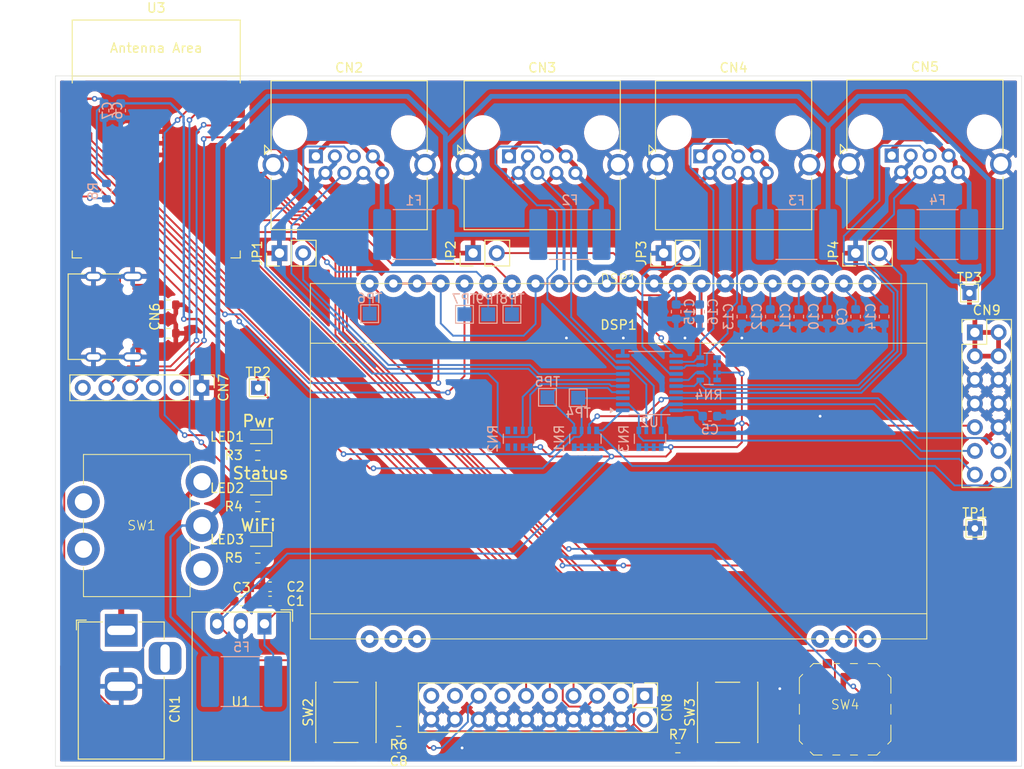
<source format=kicad_pcb>
(kicad_pcb (version 20241229) (generator "pcbnew") (generator_version "9.0")
  (layers (0 "F.Cu" signal) (2 "B.Cu" signal) (13 "F.Paste" user) (15 "B.Paste" user) (5 "F.SilkS" user "F.Silkscreen") (7 "B.SilkS" user "B.Silkscreen") (1 "F.Mask" user) (3 "B.Mask" user) (25 "Edge.Cuts" user))
  (net 0 "")
  (net 1 "Net-(U1-IN)")
  (net 2 "GND")
  (net 3 "+3.3V")
  (net 4 "ESP_~{RESET}")
  (net 5 "Net-(DSP1-V0)")
  (net 6 "Net-(DSP1-V1)")
  (net 7 "Net-(DSP1-V2)")
  (net 8 "Net-(DSP1-V3)")
  (net 9 "Net-(DSP1-V4)")
  (net 10 "Net-(DSP1-VOUT)")
  (net 11 "LINK1_SDA")
  (net 12 "LINK1_SCL")
  (net 13 "LINK2_SCL")
  (net 14 "LINK2_SDA")
  (net 15 "LINK3_SDA")
  (net 16 "LINK3_SCL")
  (net 17 "LINK4_SCL")
  (net 18 "LINK4_SDA")
  (net 20 "Net-(CN6-CC2)")
  (net 22 "USB_D-")
  (net 23 "USB_D+")
  (net 24 "Net-(CN6-CC1)")
  (net 29 "UART_TX_O")
  (net 30 "UART_RX_I")
  (net 34 "JTAG_TDO")
  (net 38 "JTAG_TMS")
  (net 41 "JTAG_TCK")
  (net 42 "JTAG_TDI")
  (net 43 "EXPSCL2")
  (net 44 "+15V")
  (net 45 "EXPSDA2")
  (net 46 "EXPSCL1")
  (net 47 "EXPSDA1")
  (net 48 "LCD_MOSI")
  (net 52 "LCD_MISO")
  (net 54 "LCD_SCLK")
  (net 56 "LCD_~{RESET}")
  (net 58 "/LINK1_EN")
  (net 59 "/LINK2_EN")
  (net 60 "/LINK3_EN")
  (net 61 "/LINK4_EN")
  (net 62 "Net-(LED1-A)")
  (net 63 "Net-(LED2-A)")
  (net 64 "LED_STATUS")
  (net 65 "LED_WIFI")
  (net 66 "Net-(LED3-A)")
  (net 67 "BOOT1")
  (net 68 "BOOT0")
  (net 69 "MCU_SCL")
  (net 70 "MCU_SDA")
  (net 76 "BTN_DOWN")
  (net 77 "BTN_RIGHT")
  (net 78 "BTN_UP")
  (net 79 "BTN_LEFT")
  (net 80 "BTN_SELECT")
  (net 82 "/IO+UI/PWRIN_UNSW")
  (net 83 "/IO+UI/LINK1_+15V")
  (net 84 "/IO+UI/LINK2_+15V")
  (net 85 "/IO+UI/LINK3_+15V")
  (net 86 "/IO+UI/LINK4_+15V")
  (footprint "Connector_USB:USB_C_Receptacle_G-Switch_GT-USB-7010ASV" (layer "F.Cu") (at 108.649 83.312 -90)
    (property "Reference" "CN6")
    (property "Value" "USB_C_Receptacle_USB2.0_16P")
  )
  (footprint "LED_SMD:LED_0603_1608Metric" (layer "F.Cu") (at 125.195 96.19 180)
    (property "Reference" "LED1")
    (property "Value" "Power")
  )
  (footprint "Sen_Switch:E_Switch-ANR11-H" (layer "F.Cu") (at 106.5 105.7)
    (property "Reference" "SW1")
    (property "Value" "Power")
  )
  (footprint "Resistor_SMD:R_0603_1608Metric" (layer "F.Cu") (at 125.175 103.69 180)
    (property "Reference" "R4")
    (property "Value" "402")
  )
  (footprint "LED_SMD:LED_0603_1608Metric" (layer "F.Cu") (at 125.195 107.19 180)
    (property "Reference" "LED3")
    (property "Value" "WiFi")
  )
  (footprint "Connector_RJ:RJ45_Amphenol_RJHSE5380" (layer "F.Cu") (at 172.59 66.125)
    (property "Reference" "CN4")
    (property "Value" "Link Port 3")
  )
  (footprint "Resistor_SMD:R_0603_1608Metric" (layer "F.Cu") (at 140.271 127.762 180)
    (property "Reference" "R6")
    (property "Value" "5.1k")
  )
  (footprint "Sen_Switch:E_Switch-JS1300" (layer "F.Cu") (at 188.1 125.4)
    (property "Reference" "SW4")
    (property "Value" "Navigation")
  )
  (footprint "Connector_RJ:RJ45_Amphenol_RJHSE5380" (layer "F.Cu") (at 193.09 66.04)
    (property "Reference" "CN5")
    (property "Value" "Link Port 4")
  )
  (footprint "Connector_RJ:RJ45_Amphenol_RJHSE5380" (layer "F.Cu") (at 152.09 66.125)
    (property "Reference" "CN3")
    (property "Value" "Link Port 2")
  )
  (footprint "Button_Switch_SMD:SW_SPST_PTS645" (layer "F.Cu") (at 134.62 125.73 90)
    (property "Reference" "SW2")
    (property "Value" "Reset")
  )
  (footprint "Sen_Display:EA-DOGM204-A" (layer "F.Cu") (at 163.83 97.536)
    (property "Reference" "DSP1")
    (property "Value" "EA_DOGM204-A")
  )
  (footprint "Resistor_SMD:R_0603_1608Metric" (layer "F.Cu") (at 125.175 98.19 180)
    (property "Reference" "R3")
    (property "Value" "402")
  )
  (footprint "Capacitor_SMD:C_0603_1608Metric" (layer "F.Cu") (at 140.271 129.54 180)
    (property "Reference" "C8")
    (property "Value" "1uF")
  )
  (footprint "Sen_Converter_DCDC:MeanWell-N78-H" (layer "F.Cu") (at 125.894 117.0335 180)
    (property "Reference" "U1")
    (property "Value" "N7803-1PH")
  )
  (footprint "Connector_PinHeader_2.54mm:PinHeader_1x02_P2.54mm_Vertical" (layer "F.Cu") (at 168.656 76.5 90)
    (property "Reference" "JP3")
    (property "Value" "Disable Port 3")
  )
  (footprint "TestPoint:TestPoint_THTPad_1.5x1.5mm_Drill0.7mm" (layer "F.Cu") (at 201.422 80.772)
    (property "Reference" "TP3")
    (property "Value" "+15V")
  )
  (footprint "Capacitor_SMD:C_0603_1608Metric" (layer "F.Cu") (at 126.492 113.792 180)
    (property "Reference" "C1")
    (property "Value" "10uF")
  )
  (footprint "Connector_PinHeader_2.54mm:PinHeader_1x02_P2.54mm_Vertical" (layer "F.Cu") (at 189.23 76.5 90)
    (property "Reference" "JP4")
    (property "Value" "Disable Port 4")
  )
  (footprint "Connector_PinHeader_2.54mm:PinHeader_2x10_P2.54mm_Vertical" (layer "F.Cu") (at 166.624 123.952 -90)
    (property "Reference" "CN8")
    (property "Value" "JTAG")
  )
  (footprint "LED_SMD:LED_0603_1608Metric" (layer "F.Cu") (at 125.195 101.69 180)
    (property "Reference" "LED2")
    (property "Value" "Status")
  )
  (footprint "Connector_RJ:RJ45_Amphenol_RJHSE5380" (layer "F.Cu") (at 131.404 66.125)
    (property "Reference" "CN2")
    (property "Value" "Link Port 1")
  )
  (footprint "Resistor_SMD:R_0603_1608Metric" (layer "F.Cu") (at 115.57 85.09)
    (property "Reference" "Rx-2" (hide yes))
    (property "Value" "~")
  )
  (footprint "Capacitor_SMD:C_0603_1608Metric" (layer "F.Cu") (at 126.492 112.268 180)
    (property "Reference" "C2")
    (property "Value" "0.1uF")
  )
  (footprint "Button_Switch_SMD:SW_SPST_PTS645" (layer "F.Cu") (at 175.514 125.73 90)
    (property "Reference" "SW3")
    (property "Value" "Boot")
  )
  (footprint "Capacitor_SMD:C_0603_1608Metric" (layer "F.Cu") (at 123.444 113.792)
    (property "Reference" "C3")
    (property "Value" "22uF")
  )
  (footprint "TestPoint:TestPoint_THTPad_1.5x1.5mm_Drill0.7mm" (layer "F.Cu") (at 202 106)
    (property "Reference" "TP1")
    (property "Value" "GND")
  )
  (footprint "Espressif_RF_Module:ESP32-C6-WROOM-1" (layer "F.Cu") (at 114.3 67.26)
    (property "Reference" "U3")
    (property "Value" "ESP32-C6-WROOM-1")
  )
  (footprint "Connector_PinHeader_2.54mm:PinHeader_2x07_P2.54mm_Vertical" (layer "F.Cu") (at 202 85)
    (property "Reference" "CN9")
    (property "Value" "Expansion")
  )
  (footprint "Connector_BarrelJack:BarrelJack_Horizontal" (layer "F.Cu") (at 110.5485 116.936 90)
    (property "Reference" "CN1")
    (property "Value" "Power In (15V)")
  )
  (footprint "Resistor_SMD:R_0603_1608Metric" (layer "F.Cu") (at 115.57 82.042)
    (property "Reference" "Rx-1" (hide yes))
    (property "Value" "~")
  )
  (footprint "Connector_PinHeader_2.54mm:PinHeader_1x02_P2.54mm_Vertical" (layer "F.Cu") (at 127.5 76.5 90)
    (property "Reference" "JP1")
    (property "Value" "Disable Port 1")
  )
  (footprint "Connector_PinHeader_2.54mm:PinHeader_1x06_P2.54mm_Vertical" (layer "F.Cu") (at 119.126 90.932 -90)
    (property "Reference" "CN7")
    (property "Value" "Serial")
  )
  (footprint "Connector_PinHeader_2.54mm:PinHeader_1x02_P2.54mm_Vertical" (layer "F.Cu") (at 148.238861 76.493504 90)
    (property "Reference" "JP2")
    (property "Value" "Disable Port 2")
  )
  (footprint "TestPoint:TestPoint_THTPad_1.5x1.5mm_Drill0.7mm" (layer "F.Cu") (at 125.222 90.932)
    (property "Reference" "TP2")
    (property "Value" "+3.3V")
  )
  (footprint "Resistor_SMD:R_0603_1608Metric" (layer "F.Cu") (at 125.175 109.19 180)
    (property "Reference" "R5")
    (property "Value" "402")
  )
  (footprint "Resistor_SMD:R_0603_1608Metric" (layer "F.Cu") (at 170.18 129.54)
    (property "Reference" "R7")
    (property "Value" "10k")
  )
  (footprint "Capacitor_SMD:C_0603_1608Metric" (layer "B.Cu") (at 173.621462 93.98)
    (property "Reference" "C5")
    (property "Value" "0.1uF")
  )
  (footprint "TestPoint:TestPoint_Pad_1.5x1.5mm" (layer "B.Cu") (at 159.5 92)
    (property "Reference" "TP4")
    (property "Value" "MCU_SCL")
  )
  (footprint "Resistor_SMD:R_Array_Convex_4x0603" (layer "B.Cu") (at 153.162 96.4 -90)
    (property "Reference" "RN2")
    (property "Value" "4.7k")
  )
  (footprint "Fuse:Fuse_2920_7451Metric" (layer "B.Cu") (at 198 74.5 180)
    (property "Reference" "F4")
    (property "Value" "1A Hold, 2A Trip")
  )
  (footprint "Capacitor_SMD:C_0603_1608Metric" (layer "B.Cu") (at 180.086 83.299 -90)
    (property "Reference" "C12")
    (property "Value" "1uF")
  )
  (footprint "Capacitor_SMD:C_0603_1608Metric" (layer "B.Cu") (at 170 82.775 90)
    (property "Reference" "C15")
    (property "Value" "1uF")
  )
  (footprint "Package_SO:TSSOP-20_4.4x6.5mm_P0.65mm" (layer "B.Cu") (at 167.1375 90.425)
    (property "Reference" "U2")
    (property "Value" "PCA9518")
  )
  (footprint "Capacitor_SMD:C_0603_1608Metric" (layer "B.Cu") (at 192.278 83.299 -90)
    (property "Reference" "C14")
    (property "Value" "1uF")
  )
  (footprint "Capacitor_SMD:C_0603_1608Metric" (layer "B.Cu") (at 186.182 83.286 -90)
    (property "Reference" "C10")
    (property "Value" "1uF")
  )
  (footprint "TestPoint:TestPoint_Pad_1.5x1.5mm" (layer "B.Cu") (at 152.4 83.058 180)
    (property "Reference" "TP8")
    (property "Value" "LCD_MISO")
  )
  (footprint "Fuse:Fuse_2920_7451Metric" (layer "B.Cu") (at 123.444 122.428 180)
    (property "Reference" "F5")
    (property "Value" "1A Hold, 2A Trip")
  )
  (footprint "Resistor_SMD:R_Array_Convex_4x0603" (layer "B.Cu") (at 160.274 96.4 -90)
    (property "Reference" "RN1")
    (property "Value" "4.7k")
  )
  (footprint "Resistor_SMD:R_Array_Convex_4x0603" (layer "B.Cu") (at 173.482 88.9)
    (property "Reference" "RN4")
    (property "Value" "4.7k")
  )
  (footprint "Capacitor_SMD:C_0603_1608Metric" (layer "B.Cu") (at 172.51 82.775 90)
    (property "Reference" "C16")
    (property "Value" "0.1uF")
  )
  (footprint "TestPoint:TestPoint_Pad_1.5x1.5mm" (layer "B.Cu") (at 137.16 82.992 180)
    (property "Reference" "TP6")
    (property "Value" "LCD_~{RST}")
  )
  (footprint "Resistor_SMD:R_0603_1608Metric" (layer "B.Cu") (at 108.966 69.85 -90)
    (property "Reference" "R8")
    (property "Value" "10k")
  )
  (footprint "Capacitor_SMD:C_0603_1608Metric" (layer "B.Cu") (at 189.23 83.299 -90)
    (property "Reference" "C9")
    (property "Value" "1uF")
  )
  (footprint "Capacitor_SMD:C_0603_1608Metric" (layer "B.Cu") (at 108.712 61.214 90)
    (property "Reference" "C6")
    (property "Value" "22uF")
  )
  (footprint "TestPoint:TestPoint_Pad_1.5x1.5mm" (layer "B.Cu") (at 147.32 83.058 180)
    (property "Reference" "TP7")
    (property "Value" "LCD_SCLK")
  )
  (footprint "TestPoint:TestPoint_Pad_1.5x1.5mm" (layer "B.Cu") (at 149.86 83.058 180)
    (property "Reference" "TP9")
    (property "Value" "LCD_MOSI")
  )
  (footprint "TestPoint:TestPoint_Pad_1.5x1.5mm" (layer "B.Cu") (at 156.21 91.948 180)
    (property "Reference" "TP5")
    (property "Value" "MCU_SCL")
  )
  (footprint "Fuse:Fuse_2920_7451Metric" (layer "B.Cu") (at 182.8875 74.5)
    (property "Reference" "F3")
    (property "Value" "1A Hold, 2A Trip")
  )
  (footprint "Fuse:Fuse_2920_7451Metric" (layer "B.Cu") (at 158.6125 74.5 180)
    (property "Reference" "F2")
    (property "Value" "1A Hold, 2A Trip")
  )
  (footprint "Fuse:Fuse_2920_7451Metric" (layer "B.Cu") (at 141.8875 74.5)
    (property "Reference" "F1")
    (property "Value" "1A Hold, 2A Trip")
  )
  (footprint "Capacitor_SMD:C_0603_1608Metric" (layer "B.Cu") (at 183.134 83.299 -90)
    (property "Reference" "C11")
    (property "Value" "1uF")
  )
  (footprint "Capacitor_SMD:C_0603_1608Metric" (layer "B.Cu") (at 177.038 83.299 -90)
    (property "Reference" "C13")
    (property "Value" "1uF")
  )
  (footprint "Resistor_SMD:R_Array_Convex_4x0603" (layer "B.Cu") (at 167.2 96.4 -90)
    (property "Reference" "RN3")
    (property "Value" "4.7k")
  )
  (footprint "Capacitor_SMD:C_0603_1608Metric" (layer "B.Cu") (at 110.49 61.214 -90)
    (property "Reference" "C7")
    (property "Value" "0.1uF")
  )
  (gr_line (start 103.5 57.5) (end 207 57.5) (stroke (width 0.05)) (layer "Edge.Cuts"))
  (gr_line (start 103.5 131.5) (end 103.5 57.5) (stroke (width 0.05)) (layer "Edge.Cuts"))
  (gr_line (start 207 131.5) (end 103.5 131.5) (stroke (width 0.05)) (layer "Edge.Cuts"))
  (gr_line (start 207 57.5) (end 207 131.5) (stroke (width 0.05)) (layer "Edge.Cuts"))
  (gr_text "Status" (at 125.476 100.838 0) (layer "F.SilkS") (effects (font (size 1.27 1.27) (thickness 0.1905)) (justify bottom)))
  (gr_text "Pwr" (at 125.222 95.25 0) (layer "F.SilkS") (effects (font (size 1.27 1.27) (thickness 0.1905)) (justify bottom)))
  (gr_text "WiFi" (at 125.222 106.426 0) (layer "F.SilkS") (effects (font (size 1.27 1.27) (thickness 0.1905)) (justify bottom)))
  (segment (start 125.894 116.2335) (end 127.267 114.8605) (width 0.2032) (layer "F.Cu") (net 1))
  (segment (start 127.267 112.268) (end 127.267 113.792) (width 0.2032) (layer "F.Cu") (net 1))
  (segment (start 127.267 114.8605) (end 127.267 113.792) (width 0.2032) (layer "F.Cu") (net 1))
  (segment (start 125.894 118.528) (end 125.894 116.2335) (width 0.2032) (layer "B.Cu") (net 1))
  (segment (start 126.8315 119.4655) (end 125.894 118.528) (width 0.2032) (layer "B.Cu") (net 1))
  (segment (start 126.8315 122.428) (end 126.8315 119.4655) (width 0.2032) (layer "B.Cu") (net 1))
  (segment (start 116.94 85.062) (end 116.968 85.09) (width 0.2032) (layer "F.Cu") (net 2))
  (via (at 170.942 85.598) (size 0.6) (drill 0.3) (layers "F.Cu" "B.Cu") (net 2))
  (via (at 177.038 85.598) (size 0.6) (drill 0.3) (layers "F.Cu" "B.Cu") (net 2))
  (via (at 181.102 123.19) (size 0.6) (drill 0.3) (layers "F.Cu" "B.Cu") (net 2))
  (via (at 185.42 93.98) (size 0.6) (drill 0.3) (layers "F.Cu" "B.Cu") (net 2))
  (via (at 147.066 129.54) (size 0.6) (drill 0.3) (layers "F.Cu" "B.Cu") (net 2))
  (via (at 164.338 85.598) (size 0.6) (drill 0.3) (layers "F.Cu" "B.Cu") (net 2))
  (via (at 158.242 85.598) (size 0.6) (drill 0.3) (layers "F.Cu" "B.Cu") (net 2))
  (segment (start 132.42 67.905) (end 133.436 66.889) (width 0.508) (layer "B.Cu") (net 2))
  (segment (start 153.106 67.905) (end 154.122 66.889) (width 0.508) (layer "B.Cu") (net 2))
  (segment (start 154.122 66.889) (end 154.122 66.125) (width 0.508) (layer "B.Cu") (net 2))
  (segment (start 173.606 67.905) (end 174.622 66.889) (width 0.508) (layer "B.Cu") (net 2))
  (segment (start 133.436 66.889) (end 133.436 66.125) (width 0.508) (layer "B.Cu") (net 2))
  (segment (start 195.122 66.04) (end 195.122 66.804) (width 0.508) (layer "B.Cu") (net 2))
  (segment (start 174.622 66.889) (end 174.622 66.125) (width 0.508) (layer "B.Cu") (net 2))
  (segment (start 195.122 66.804) (end 194.106 67.82) (width 0.508) (layer "B.Cu") (net 2))
  (segment (start 163.068 98.298) (end 168.91 98.298) (width 0.2032) (layer "F.Cu") (net 3))
  (segment (start 107.696 59.944) (end 106.934 59.944) (width 0.254) (layer "F.Cu") (net 3))
  (segment (start 172.72 79.756) (end 172.72 85.09) (width 0.2032) (layer "F.Cu") (net 3))
  (segment (start 124.7225 120.142) (end 120.814 116.2335) (width 0.2032) (layer "F.Cu") (net 3))
  (segment (start 154.94 79.756) (end 157.48 79.756) (width 0.2032) (layer "F.Cu") (net 3))
  (segment (start 126 103.69) (end 126.7258 104.4158) (width 0.254) (layer "F.Cu") (net 3))
  (segment (start 122.669 112.521) (end 126 109.19) (width 0.254) (layer "F.Cu") (net 3))
  (segment (start 106.934 59.944) (end 106.608 60.27) (width 0.254) (layer "F.Cu") (net 3))
  (segment (start 168.9217 81.0143) (end 170.18 79.756) (width 0.2032) (layer "F.Cu") (net 3))
  (segment (start 165.4682 125.1078) (end 166.624 123.952) (width 0.2032) (layer "F.Cu") (net 3))
  (segment (start 118.8092 83.566) (end 125.222 89.9788) (width 0.254) (layer "F.Cu") (net 3))
  (segment (start 176.53 97.282) (end 169.418 97.282) (width 0.2032) (layer "F.Cu") (net 3))
  (segment (start 141.096 123.5594) (end 137.6786 120.142) (width 0.2032) (layer "F.Cu") (net 3))
  (segment (start 126.7258 92.4358) (end 125.222 90.932) (width 0.254) (layer "F.Cu") (net 3))
  (segment (start 126 98.19) (end 126.7258 98.9158) (width 0.254) (layer "F.Cu") (net 3))
  (segment (start 160.02 79.756) (end 157.48 79.756) (width 0.2032) (layer "F.Cu") (net 3))
  (segment (start 141.096 127.762) (end 141.096 123.5594) (width 0.2032) (layer "F.Cu") (net 3))
  (segment (start 168.037451 129.54) (end 165.4682 126.970749) (width 0.2032) (layer "F.Cu") (net 3))
  (segment (start 120.814 116.2335) (end 120.814 115.647) (width 0.2032) (layer "F.Cu") (net 3))
  (segment (start 126.7258 104.4158) (end 126.7258 108.4642) (width 0.254) (layer "F.Cu") (net 3))
  (segment (start 169.355 129.54) (end 168.037451 129.54) (width 0.2032) (layer "F.Cu") (net 3))
  (segment (start 177.038 94.742) (end 177.038 89.408) (width 0.2032) (layer "F.Cu") (net 3))
  (segment (start 125.9825 98.1725) (end 126 98.19) (width 0.2032) (layer "F.Cu") (net 3))
  (segment (start 177.038 96.774) (end 177.038 94.742) (width 0.2032) (layer "F.Cu") (net 3))
  (segment (start 125.222 89.9788) (end 125.222 90.932) (width 0.254) (layer "F.Cu") (net 3))
  (segment (start 168.91 98.298) (end 169.418 97.79) (width 0.2032) (layer "F.Cu") (net 3))
  (segment (start 172.72 85.09) (end 177.038 89.408) (width 0.2032) (layer "F.Cu") (net 3))
  (segment (start 142.24 79.756) (end 139.7 79.756) (width 0.2032) (layer "F.Cu") (net 3))
  (segment (start 126.7258 97.4642) (end 126.7258 92.4358) (width 0.254) (layer "F.Cu") (net 3))
  (segment (start 126.7258 102.9642) (end 126 103.69) (width 0.254) (layer "F.Cu") (net 3))
  (segment (start 163.068 98.298) (end 156.464 98.298) (width 0.2032) (layer "F.Cu") (net 3))
  (segment (start 126 98.19) (end 126.7258 97.4642) (width 0.254) (layer "F.Cu") (net 3))
  (segment (start 201.836 94.996) (end 202 95.16) (width 0.2032) (layer "F.Cu") (net 3))
  (segment (start 176.53 97.282) (end 177.038 96.774) (width 0.2032) (layer "F.Cu") (net 3))
  (segment (start 126.7258 98.9158) (end 126.7258 102.9642) (width 0.254) (layer "F.Cu") (net 3))
  (segment (start 166.3583 81.0143) (end 168.9217 81.0143) (width 0.2032) (layer "F.Cu") (net 3))
  (segment (start 156.464 98.298) (end 155.448 97.282) (width 0.2032) (layer "F.Cu") (net 3))
  (segment (start 144.78 79.756) (end 142.24 79.756) (width 0.2032) (layer "F.Cu") (net 3))
  (segment (start 165.1 79.756) (end 166.3583 81.0143) (width 0.2032) (layer "F.Cu") (net 3))
  (segment (start 106.608 60.27) (end 105.55 60.27) (width 0.254) (layer "F.Cu") (net 3))
  (segment (start 137.6786 120.142) (end 124.7225 120.142) (width 0.2032) (layer "F.Cu") (net 3))
  (segment (start 165.4682 126.970749) (end 165.4682 125.1078) (width 0.2032) (layer "F.Cu") (net 3))
  (segment (start 177.8 94.996) (end 201.836 94.996) (width 0.2032) (layer "F.Cu") (net 3))
  (segment (start 177.038 94.742) (end 177.546 94.742) (width 0.2032) (layer "F.Cu") (net 3))
  (segment (start 177.546 94.742) (end 177.8 94.996) (width 0.2032) (layer "F.Cu") (net 3))
  (segment (start 164.676949 127.762) (end 165.4682 126.970749) (width 0.2032) (layer "F.Cu") (net 3))
  (segment (start 141.096 127.762) (end 164.676949 127.762) (width 0.2032) (layer "F.Cu") (net 3))
  (segment (start 122.669 113.792) (end 122.669 112.521) (width 0.254) (layer "F.Cu") (net 3))
  (segment (start 126.7258 108.4642) (end 126 109.19) (width 0.254) (layer "F.Cu") (net 3))
  (segment (start 169.418 97.79) (end 169.418 97.282) (width 0.2032) (layer "F.Cu") (net 3))
  (segment (start 117.2512 83.566) (end 118.8092 83.566) (width 0.254) (layer "F.Cu") (net 3))
  (segment (start 120.814 115.647) (end 122.669 113.792) (width 0.254) (layer "F.Cu") (net 3))
  (via (at 155.448 97.282) (size 0.6) (drill 0.3) (layers "F.Cu" "B.Cu") (net 3))
  (via (at 177.038 94.742) (size 0.6) (drill 0.3) (layers "F.Cu" "B.Cu") (net 3))
  (via (at 163.068 98.298) (size 0.6) (drill 0.3) (layers "F.Cu" "B.Cu") (net 3))
  (via (at 117.2512 83.566) (size 0.6) (drill 0.3) (layers "F.Cu" "B.Cu") (net 3))
  (via (at 107.696 59.944) (size 0.6) (drill 0.3) (layers "F.Cu" "B.Cu") (net 3))
  (via (at 169.418 97.282) (size 0.6) (drill 0.3) (layers "F.Cu" "B.Cu") (net 3))
  (via (at 177.038 89.408) (size 0.6) (drill 0.3) (layers "F.Cu" "B.Cu") (net 3))
  (segment (start 176.276 94.996) (end 173.228 94.996) (width 0.2032) (layer "B.Cu") (net 3))
  (segment (start 117.2512 83.566) (end 117.2512 62.525452) (width 0.254) (layer "B.Cu") (net 3))
  (segment (start 153.562 97.3) (end 154.362 97.3) (width 0.2032) (layer "B.Cu") (net 3))
  (segment (start 160.02 79.756) (end 162.56 79.756) (width 0.2032) (layer "B.Cu") (net 3))
  (segment (start 176.676 89.3) (end 174.382 89.3) (width 0.2032) (layer "B.Cu") (net 3))
  (segment (start 168.4 97.3) (end 169.4 97.3) (width 0.2032) (layer "B.Cu") (net 3))
  (segment (start 107.696 59.944) (end 108.458 59.944) (width 0.254) (layer "B.Cu") (net 3))
  (segment (start 115.811 60.439) (end 110.49 60.439) (width 0.254) (layer "B.Cu") (net 3))
  (segment (start 177.038 94.742) (end 176.53 94.742) (width 0.2032) (layer "B.Cu") (net 3))
  (segment (start 107.9312 67.9902) (end 108.966 69.025) (width 0.2032) (layer "B.Cu") (net 3))
  (segment (start 117.2248 62.499052) (end 117.2248 61.8528) (width 0.254) (layer "B.Cu") (net 3))
  (segment (start 170 82) (end 170 80.15) (width 0.2032) (layer "B.Cu") (net 3))
  (segment (start 108.458 59.944) (end 108.712 60.198) (width 0.254) (layer "B.Cu") (net 3))
  (segment (start 108.712 60.439) (end 110.49 60.439) (width 0.254) (layer "B.Cu") (net 3))
  (segment (start 162.07 97.3) (end 163.068 98.298) (width 0.2032) (layer "B.Cu") (net 3))
  (segment (start 117.2512 62.525452) (end 117.2248 62.499052) (width 0.254) (layer "B.Cu") (net 3))
  (segment (start 144.78 84.0304) (end 144.78 79.756) (width 0.2032) (layer "B.Cu") (net 3))
  (segment (start 166 97.3) (end 166.8 97.3) (width 0.2032) (layer "B.Cu") (net 3))
  (segment (start 172.216462 93.35) (end 172.846462 93.98) (width 0.2032) (layer "B.Cu") (net 3))
  (segment (start 170 82) (end 172.51 82) (width 0.2032) (layer "B.Cu") (net 3))
  (segment (start 177.038 89.408) (end 176.784 89.408) (width 0.2032) (layer "B.Cu") (net 3))
  (segment (start 154.38 97.282) (end 154.362 97.3) (width 0.2032) (layer "B.Cu") (net 3))
  (segment (start 146.0936 85.344) (end 144.78 84.0304) (width 0.2032) (layer "B.Cu") (net 3))
  (segment (start 154.94 84.074) (end 153.67 85.344) (width 0.2032) (layer "B.Cu") (net 3))
  (segment (start 176.784 89.408) (end 176.676 89.3) (width 0.2032) (layer "B.Cu") (net 3))
  (segment (start 155.448 97.282) (end 154.38 97.282) (width 0.2032) (layer "B.Cu") (net 3))
  (segment (start 159.874 97.3) (end 159.074 97.3) (width 0.2032) (layer "B.Cu") (net 3))
  (segment (start 153.67 85.344) (end 146.0936 85.344) (width 0.2032) (layer "B.Cu") (net 3))
  (segment (start 173.228 94.996) (end 172.846462 94.614462) (width 0.2032) (layer "B.Cu") (net 3))
  (segment (start 152.654 108.712) (end 128.3355 108.712) (width 0.2032) (layer "B.Cu") (net 3))
  (segment (start 170 80.15) (end 169.85 80) (width 0.2032) (layer "B.Cu") (net 3))
  (segment (start 154.94 79.756) (end 154.94 84.074) (width 0.2032) (layer "B.Cu") (net 3))
  (segment (start 128.3355 108.712) (end 120.814 116.2335) (width 0.2032) (layer "B.Cu") (net 3))
  (segment (start 172.51 82) (end 172.51 80.12) (width 0.2032) (layer "B.Cu") (net 3))
  (segment (start 166.8 97.3) (end 167.6 97.3) (width 0.2032) (layer "B.Cu") (net 3))
  (segment (start 163.068 98.298) (end 152.654 108.712) (width 0.2032) (layer "B.Cu") (net 3))
  (segment (start 169.4 97.3) (end 169.418 97.282) (width 0.2032) (layer "B.Cu") (net 3))
  (segment (start 108.712 60.439) (end 107.9312 61.2198) (width 0.2032) (layer "B.Cu") (net 3))
  (segment (start 176.53 94.742) (end 176.276 94.996) (width 0.2032) (layer "B.Cu") (net 3))
  (segment (start 108.712 60.198) (end 108.712 60.439) (width 0.2032) (layer "B.Cu") (net 3))
  (segment (start 160.674 97.3) (end 159.874 97.3) (width 0.2032) (layer "B.Cu") (net 3))
  (segment (start 174.382 89.3) (end 174.382 90.1) (width 0.2032) (layer "B.Cu") (net 3))
  (segment (start 172.846462 94.614462) (end 172.846462 93.98) (width 0.2032) (layer "B.Cu") (net 3))
  (segment (start 166.8 97.3) (end 168.4 97.3) (width 0.2032) (layer "B.Cu") (net 3))
  (segment (start 174.382 87.954) (end 174.382 88.754) (width 0.2032) (layer "B.Cu") (net 3))
  (segment (start 170 93.35) (end 172.216462 93.35) (width 0.2032) (layer "B.Cu") (net 3))
  (segment (start 162.56 79.756) (end 165.1 79.756) (width 0.2032) (layer "B.Cu") (net 3))
  (segment (start 117.2248 61.8528) (end 115.811 60.439) (width 0.254) (layer "B.Cu") (net 3))
  (segment (start 161.474 97.3) (end 162.07 97.3) (width 0.2032) (layer "B.Cu") (net 3))
  (segment (start 172.51 80.12) (end 172.39 80) (width 0.2032) (layer "B.Cu") (net 3))
  (segment (start 160.674 97.3) (end 161.474 97.3) (width 0.2032) (layer "B.Cu") (net 3))
  (segment (start 174.382 88.754) (end 174.382 89.554) (width 0.2032) (layer "B.Cu") (net 3))
  (segment (start 166.8 97.3) (end 167.8616 97.3) (width 0.2032) (layer "B.Cu") (net 3))
  (segment (start 107.9312 61.2198) (end 107.9312 67.9902) (width 0.2032) (layer "B.Cu") (net 3))
  (segment (start 135.9192 128.3792) (end 137 129.46) (width 0.2032) (layer "F.Cu") (net 4))
  (segment (start 104.4442 62.1042) (end 104.4442 120.074828) (width 0.2032) (layer "F.Cu") (net 4))
  (segment (start 141.4971 128.7592) (end 140.5949 128.7592) (width 0.2032) (layer "F.Cu") (net 4))
  (segment (start 141.5159 128.778) (end 141.4971 128.7592) (width 0.2032) (layer "F.Cu") (net 4))
  (segment (start 142.748 128.778) (end 141.5159 128.778) (width 0.2032) (layer "F.Cu") (net 4))
  (segment (start 105.55 61.54) (end 105.0084 61.54) (width 0.2032) (layer "F.Cu") (net 4))
  (segment (start 139.446 129.49) (end 139.496 129.54) (width 0.2032) (layer "F.Cu") (net 4))
  (segment (start 137 129.46) (end 139.416 129.46) (width 0.2032) (layer "F.Cu") (net 4))
  (segment (start 144.018 129.54) (end 143.51 129.54) (width 0.2032) (layer "F.Cu") (net 4))
  (segment (start 139.446 127.762) (end 139.446 123.946) (width 0.2032) (layer "F.Cu") (net 4))
  (segment (start 104.4442 120.074828) (end 112.748572 128.3792) (width 0.2032) (layer "F.Cu") (net 4))
  (segment (start 112.748572 128.3792) (end 135.9192 128.3792) (width 0.2032) (layer "F.Cu") (net 4))
  (segment (start 140.258 128.778) (end 139.496 129.54) (width 0.2032) (layer "F.Cu") (net 4))
  (segment (start 105.0084 61.54) (end 104.4442 62.1042) (width 0.2032) (layer "F.Cu") (net 4))
  (segment (start 139.416 129.46) (end 139.496 129.54) (width 0.2032) (layer "F.Cu") (net 4))
  (segment (start 143.51 129.54) (end 142.748 128.778) (width 0.2032) (layer "F.Cu") (net 4))
  (segment (start 140.5949 128.7592) (end 140.5761 128.778) (width 0.2032) (layer "F.Cu") (net 4))
  (segment (start 139.446 123.946) (end 137 121.5) (width 0.2032) (layer "F.Cu") (net 4))
  (segment (start 140.5761 128.778) (end 140.258 128.778) (width 0.2032) (layer "F.Cu") (net 4))
  (segment (start 139.446 127.762) (end 139.446 129.49) (width 0.2032) (layer "F.Cu") (net 4))
  (via (at 144.018 129.54) (size 0.6) (drill 0.3) (layers "F.Cu" "B.Cu") (net 4))
  (segment (start 144.890549 129.54) (end 147.6882 126.742349) (width 0.2032) (layer "B.Cu") (net 4))
  (segment (start 144.018 129.54) (end 144.890549 129.54) (width 0.2032) (layer "B.Cu") (net 4))
  (segment (start 147.6882 125.1078) (end 148.844 123.952) (width 0.2032) (layer "B.Cu") (net 4))
  (segment (start 147.6882 126.742349) (end 147.6882 125.1078) (width 0.2032) (layer "B.Cu") (net 4))
  (segment (start 189.23 82.524) (end 189.23 81.6) (width 0.2032) (layer "B.Cu") (net 5))
  (segment (start 189.23 81.6) (end 187.63 80) (width 0.2032) (layer "B.Cu") (net 5))
  (segment (start 186.182 81.092) (end 185.09 80) (width 0.2032) (layer "B.Cu") (net 6))
  (segment (start 186.182 82.511) (end 186.182 81.092) (width 0.2032) (layer "B.Cu") (net 6))
  (segment (start 183.134 82.524) (end 183.134 80.584) (width 0.2032) (layer "B.Cu") (net 7))
  (segment (start 183.134 80.584) (end 182.55 80) (width 0.2032) (layer "B.Cu") (net 7))
  (segment (start 180.086 82.524) (end 180.086 80.076) (width 0.2032) (layer "B.Cu") (net 8))
  (segment (start 180.086 80.076) (end 180.01 80) (width 0.2032) (layer "B.Cu") (net 8))
  (segment (start 177.038 80.432) (end 177.47 80) (width 0.2032) (layer "B.Cu") (net 9))
  (segment (start 177.038 82.524) (end 177.038 80.432) (width 0.2032) (layer "B.Cu") (net 9))
  (segment (start 192.278 82.524) (end 192.278 82.108) (width 0.2032) (layer "B.Cu") (net 10))
  (segment (start 192.278 82.108) (end 190.17 80) (width 0.2032) (layer "B.Cu") (net 10))
  (segment (start 155.448 90.1) (end 155.37025 90.1) (width 0.2032) (layer "B.Cu") (net 11))
  (segment (start 164.275 90.1) (end 155.448 90.1) (width 0.2032) (layer "B.Cu") (net 11))
  (segment (start 128.778 78.67185) (end 139.00615 88.9) (width 0.2032) (layer "B.Cu") (net 11))
  (segment (start 154.17025 88.9) (end 155.37025 90.1) (width 0.2032) (layer "B.Cu") (net 11))
  (segment (start 134.452 67.905) (end 128.778 73.579) (width 0.2032) (layer "B.Cu") (net 11))
  (segment (start 139.00615 88.9) (end 154.17025 88.9) (width 0.2032) (layer "B.Cu") (net 11))
  (segment (start 155.37025 90.1) (end 153.562 91.90825) (width 0.2032) (layer "B.Cu") (net 11))
  (segment (start 153.562 91.90825) (end 153.562 95.366) (width 0.2032) (layer "B.Cu") (net 11))
  (segment (start 128.778 73.579) (end 128.778 78.67185) (width 0.2032) (layer "B.Cu") (net 11))
  (segment (start 151.4062 96.2058) (end 150.876 95.6756) (width 0.2032) (layer "B.Cu") (net 12))
  (segment (start 130.048 65.3694) (end 130.3482 65.0692) (width 0.2032) (layer "B.Cu") (net 12))
  (segment (start 155.5096 90.5368) (end 154.362 91.6844) (width 0.2032) (layer "B.Cu") (net 12))
  (segment (start 130.3482 65.0692) (end 134.4122 65.0692) (width 0.2032) (layer "B.Cu") (net 12))
  (segment (start 130.048 69.596) (end 130.048 65.3694) (width 0.2032) (layer "B.Cu") (net 12))
  (segment (start 162.83859 90.5368) (end 155.5096 90.5368) (width 0.2032) (layer "B.Cu") (net 12))
  (segment (start 125.984 77.978) (end 125.984 73.66) (width 0.2032) (layer "B.Cu") (net 12))
  (segment (start 154.362 95.9116) (end 154.0678 96.2058) (width 0.2032) (layer "B.Cu") (net 12))
  (segment (start 150.876 95.6756) (end 150.876 90.424) (width 0.2032) (layer "B.Cu") (net 12))
  (segment (start 149.86 89.408) (end 137.414 89.408) (width 0.2032) (layer "B.Cu") (net 12))
  (segment (start 163.051791 90.75) (end 162.83859 90.5368) (width 0.2032) (layer "B.Cu") (net 12))
  (segment (start 164.275 90.75) (end 163.051791 90.75) (width 0.2032) (layer "B.Cu") (net 12))
  (segment (start 154.362 95.5) (end 154.362 95.9116) (width 0.2032) (layer "B.Cu") (net 12))
  (segment (start 150.876 90.424) (end 149.86 89.408) (width 0.2032) (layer "B.Cu") (net 12))
  (segment (start 154.0678 96.2058) (end 151.4062 96.2058) (width 0.2032) (layer "B.Cu") (net 12))
  (segment (start 137.414 89.408) (end 125.984 77.978) (width 0.2032) (layer "B.Cu") (net 12))
  (segment (start 134.4122 65.0692) (end 135.468 66.125) (width 0.2032) (layer "B.Cu") (net 12))
  (segment (start 154.362 91.6844) (end 154.362 95.366) (width 0.2032) (layer "B.Cu") (net 12))
  (segment (start 125.984 73.66) (end 130.048 69.596) (width 0.2032) (layer "B.Cu") (net 12))
  (segment (start 165.012499 88.8) (end 166.8 90.587501) (width 0.2032) (layer "B.Cu") (net 13))
  (segment (start 157.226 72.136) (end 157.226 78.207095) (width 0.2032) (layer "B.Cu") (net 13))
  (segment (start 157.226 78.207095) (end 156.1983 79.234795) (width 0.2032) (layer "B.Cu") (net 13))
  (segment (start 150.622 65.4814) (end 150.622 66.914127) (width 0.2032) (layer "B.Cu") (net 13))
  (segment (start 155.0982 65.0692) (end 151.0342 65.0692) (width 0.2032) (layer "B.Cu") (net 13))
  (segment (start 156.464 71.374) (end 157.226 72.136) (width 0.2032) (layer "B.Cu") (net 13))
  (segment (start 155.081873 71.374) (end 156.464 71.374) (width 0.2032) (layer "B.Cu") (net 13))
  (segment (start 163.537501 88.8) (end 164.275 88.8) (width 0.2032) (layer "B.Cu") (net 13))
  (segment (start 164.275 88.8) (end 165.012499 88.8) (width 0.2032) (layer "B.Cu") (net 13))
  (segment (start 151.0342 65.0692) (end 150.622 65.4814) (width 0.2032) (layer "B.Cu") (net 13))
  (segment (start 156.1983 81.460799) (end 163.537501 88.8) (width 0.2032) (layer "B.Cu") (net 13))
  (segment (start 156.1983 79.234795) (end 156.1983 81.460799) (width 0.2032) (layer "B.Cu") (net 13))
  (segment (start 150.622 66.914127) (end 155.081873 71.374) (width 0.2032) (layer "B.Cu") (net 13))
  (segment (start 166.8 90.587501) (end 166.8 95.5) (width 0.2032) (layer "B.Cu") (net 13))
  (segment (start 156.154 66.125) (end 155.0982 65.0692) (width 0.2032) (layer "B.Cu") (net 13))
  (segment (start 158.75 83.362499) (end 158.75 71.517) (width 0.2032) (layer "B.Cu") (net 14))
  (segment (start 158.75 71.517) (end 155.138 67.905) (width 0.2032) (layer "B.Cu") (net 14))
  (segment (start 164.275 88.15) (end 165.012499 88.15) (width 0.2032) (layer "B.Cu") (net 14))
  (segment (start 167.6 90.737501) (end 167.6 95.5) (width 0.2032) (layer "B.Cu") (net 14))
  (segment (start 165.012499 88.15) (end 167.6 90.737501) (width 0.2032) (layer "B.Cu") (net 14))
  (segment (start 163.537501 88.15) (end 158.75 83.362499) (width 0.2032) (layer "B.Cu") (net 14))
  (segment (start 164.275 88.15) (end 163.537501 88.15) (width 0.2032) (layer "B.Cu") (net 14))
  (segment (start 173.2878 87.3162) (end 175.514 85.09) (width 0.2032) (layer "B.Cu") (net 15))
  (segment (start 175.514 85.09) (end 175.514 82.804) (width 0.2032) (layer "B.Cu") (net 15))
  (segment (start 171.0846 88.5574) (end 170.842 88.8) (width 0.2032) (layer "B.Cu") (net 15))
  (segment (start 172.5246 88.5574) (end 171.0846 88.5574) (width 0.2032) (layer "B.Cu") (net 15))
  (segment (start 176.5183 81.7997) (end 176.5183 68.7853) (width 0.2032) (layer "B.Cu") (net 15))
  (segment (start 176.5183 68.7853) (end 175.638 67.905) (width 0.2032) (layer "B.Cu") (net 15))
  (segment (start 170.046 88.754) (end 170 88.8) (width 0.2032) (layer "B.Cu") (net 15))
  (segment (start 173.2878 88.3974) (end 173.2878 87.3162) (width 0.2032) (layer "B.Cu") (net 15))
  (segment (start 173.1852 88.5) (end 173.2878 88.3974) (width 0.2032) (layer "B.Cu") (net 15))
  (segment (start 172.582 88.5) (end 172.5246 88.5574) (width 0.2032) (layer "B.Cu") (net 15))
  (segment (start 175.514 82.804) (end 176.5183 81.7997) (width 0.2032) (layer "B.Cu") (net 15))
  (segment (start 170.842 88.8) (end 170 88.8) (width 0.2032) (layer "B.Cu") (net 15))
  (segment (start 172.582 88.5) (end 173.1852 88.5) (width 0.2032) (layer "B.Cu") (net 15))
  (segment (start 172.3262 87.7) (end 172.582 87.7) (width 0.2032) (layer "B.Cu") (net 16))
  (segment (start 171.8334 64.77) (end 175.299 64.77) (width 0.2032) (layer "B.Cu") (net 16))
  (segment (start 172.582 87.7) (end 172.582 85.9944) (width 0.2032) (layer "B.Cu") (net 16))
  (segment (start 171.5342 67.326327) (end 171.5342 65.0692) (width 0.2032) (layer "B.Cu") (net 16))
  (segment (start 173.99 84.5864) (end 173.99 69.782127) (width 0.2032) (layer "B.Cu") (net 16))
  (segment (start 171.5342 65.0692) (end 171.8334 64.77) (width 0.2032) (layer "B.Cu") (net 16))
  (segment (start 170 88.15) (end 171.8762 88.15) (width 0.2032) (layer "B.Cu") (net 16))
  (segment (start 171.8762 88.15) (end 172.3262 87.7) (width 0.2032) (layer "B.Cu") (net 16))
  (segment (start 172.582 85.9944) (end 173.99 84.5864) (width 0.2032) (layer "B.Cu") (net 16))
  (segment (start 173.99 69.782127) (end 171.5342 67.326327) (width 0.2032) (layer "B.Cu") (net 16))
  (segment (start 175.299 64.77) (end 176.654 66.125) (width 0.2032) (layer "B.Cu") (net 16))
  (segment (start 190.1778 77.6558) (end 188.1458 77.6558) (width 0.2032) (layer "B.Cu") (net 17))
  (segment (start 188.1458 77.6558) (end 187.96 77.47) (width 0.2032) (layer "B.Cu") (net 17))
  (segment (start 170 90.1) (end 171.3204 90.1) (width 0.2032) (layer "B.Cu") (net 17))
  (segment (start 187.96 74.676) (end 191.77 70.866) (width 0.2032) (layer "B.Cu") (net 17))
  (segment (start 192.0638 64.9842) (end 196.0982 64.9842) (width 0.2032) (layer "B.Cu") (net 17))
  (segment (start 191.77 65.278) (end 192.0638 64.9842) (width 0.2032) (layer "B.Cu") (net 17))
  (segment (start 173.5682 90.5478) (end 173.6762 90.6558) (width 0.2032) (layer "B.Cu") (net 17))
  (segment (start 172.9312 89.3) (end 172.582 89.3) (width 0.2032) (layer "B.Cu") (net 17))
  (segment (start 173.5682 89.937) (end 173.5682 90.5478) (width 0.2032) (layer "B.Cu") (net 17))
  (segment (start 189.738 90.424) (end 193.294 86.868) (width 0.2032) (layer "B.Cu") (net 17))
  (segment (start 187.96 77.47) (end 187.96 74.676) (width 0.2032) (layer "B.Cu") (net 17))
  (segment (start 189.5062 90.6558) (end 189.738 90.424) (width 0.2032) (layer "B.Cu") (net 17))
  (segment (start 171.3204 90.1) (end 172.1204 89.3) (width 0.2032) (layer "B.Cu") (net 17))
  (segment (start 191.77 70.866) (end 191.77 65.278) (width 0.2032) (layer "B.Cu") (net 17))
  (segment (start 196.0982 64.9842) (end 197.154 66.04) (width 0.2032) (layer "B.Cu") (net 17))
  (segment (start 172.1204 89.3) (end 172.582 89.3) (width 0.2032) (layer "B.Cu") (net 17))
  (segment (start 173.5682 89.937) (end 172.9312 89.3) (width 0.2032) (layer "B.Cu") (net 17))
  (segment (start 193.294 80.772) (end 190.1778 77.6558) (width 0.2032) (layer "B.Cu") (net 17))
  (segment (start 173.6762 90.6558) (end 189.5062 90.6558) (width 0.2032) (layer "B.Cu") (net 17))
  (segment (start 193.294 86.868) (end 193.294 80.772) (width 0.2032) (layer "B.Cu") (net 17))
  (segment (start 172.582 90.1) (end 172.582 90.5532) (width 0.2032) (layer "B.Cu") (net 18))
  (segment (start 173.092 91.0632) (end 189.67495 91.0632) (width 0.2032) (layer "B.Cu") (net 18))
  (segment (start 193.7014 87.03675) (end 193.7014 80.603249) (width 0.2032) (layer "B.Cu") (net 18))
  (segment (start 190.5 77.401849) (end 190.5 75.184) (width 0.2032) (layer "B.Cu") (net 18))
  (segment (start 193.3442 70.6138) (end 196.138 67.82) (width 0.2032) (layer "B.Cu") (net 18))
  (segment (start 193.3442 72.3398) (end 193.3442 70.6138) (width 0.2032) (layer "B.Cu") (net 18))
  (segment (start 190.5 75.184) (end 193.3442 72.3398) (width 0.2032) (layer "B.Cu") (net 18))
  (segment (start 189.67495 91.0632) (end 193.7014 87.03675) (width 0.2032) (layer "B.Cu") (net 18))
  (segment (start 171.932 90.75) (end 172.582 90.1) (width 0.2032) (layer "B.Cu") (net 18))
  (segment (start 193.7014 80.603249) (end 190.5 77.401849) (width 0.2032) (layer "B.Cu") (net 18))
  (segment (start 170 90.75) (end 171.932 90.75) (width 0.2032) (layer "B.Cu") (net 18))
  (segment (start 172.582 90.5532) (end 173.092 91.0632) (width 0.2032) (layer "B.Cu") (net 18))
  (segment (start 114.971 85.062) (end 114.999 85.09) (width 0.2032) (layer "F.Cu") (net 20))
  (segment (start 112.374 85.062) (end 114.971 85.062) (width 0.2032) (layer "F.Cu") (net 20))
  (segment (start 113.475 83.3394) (end 113.475 82.7846) (width 0.2) (layer "F.Cu") (net 22))
  (segment (start 105.55 74.24) (end 106.1682 74.24) (width 0.2) (layer "F.Cu") (net 22))
  (segment (start 112.374 82.5162) (end 111.4498 82.5162) (width 0.2) (layer "F.Cu") (net 22))
  (segment (start 113.475 82.7846) (end 113.2524 82.562) (width 0.2) (layer "F.Cu") (net 22))
  (segment (start 110.4198 80.543808) (end 110.4198 79.1098) (width 0.2) (layer "F.Cu") (net 22))
  (segment (start 112.374 82.562) (end 112.374 82.5162) (width 0.2) (layer "F.Cu") (net 22))
  (segment (start 106.1682 74.24) (end 106.6042 74.676) (width 0.2) (layer "F.Cu") (net 22))
  (segment (start 106.6042 75.2942) (end 106.6042 74.676) (width 0.2) (layer "F.Cu") (net 22))
  (segment (start 113.2524 83.562) (end 113.475 83.3394) (width 0.2) (layer "F.Cu") (net 22))
  (segment (start 111.4498 82.5162) (end 111.4498 81.573808) (width 0.2) (layer "F.Cu") (net 22))
  (segment (start 113.2524 82.562) (end 112.374 82.562) (width 0.2) (layer "F.Cu") (net 22))
  (segment (start 110.4198 79.1098) (end 106.6042 75.2942) (width 0.2) (layer "F.Cu") (net 22))
  (segment (start 111.4498 81.573808) (end 110.4198 80.543808) (width 0.2) (layer "F.Cu") (net 22))
  (segment (start 112.374 83.562) (end 113.2524 83.562) (width 0.2) (layer "F.Cu") (net 22))
  (segment (start 111.4956 84.062) (end 111.189 83.7554) (width 0.2) (layer "F.Cu") (net 23))
  (segment (start 112.3282 83.0162) (end 111.313432 83.0162) (width 0.2) (layer "F.Cu") (net 23))
  (segment (start 111.189 83.7554) (end 111.189 83.3686) (width 0.2) (layer "F.Cu") (net 23))
  (segment (start 111.313432 83.0162) (end 110.99982 82.702588) (width 0.2) (layer "F.Cu") (net 23))
  (segment (start 106.183603 75.51) (end 105.55 75.51) (width 0.2) (layer "F.Cu") (net 23))
  (segment (start 109.96982 79.296217) (end 106.183603 75.51) (width 0.2) (layer "F.Cu") (net 23))
  (segment (start 111.4956 83.062) (end 112.374 83.062) (width 0.2) (layer "F.Cu") (net 23))
  (segment (start 110.99982 82.702588) (end 110.99982 81.760196) (width 0.2) (layer "F.Cu") (net 23))
  (segment (start 112.374 84.062) (end 111.4956 84.062) (width 0.2) (layer "F.Cu") (net 23))
  (segment (start 109.96982 80.730196) (end 109.96982 79.296217) (width 0.2) (layer "F.Cu") (net 23))
  (segment (start 111.189 83.3686) (end 111.4956 83.062) (width 0.2) (layer "F.Cu") (net 23))
  (segment (start 110.99982 81.760196) (end 109.96982 80.730196) (width 0.2) (layer "F.Cu") (net 23))
  (segment (start 112.374 83.062) (end 112.3282 83.0162) (width 0.2) (layer "F.Cu") (net 23))
  (segment (start 112.394 82.042) (end 112.374 82.062) (width 0.2032) (layer "F.Cu") (net 24))
  (segment (start 114.999 82.042) (end 112.394 82.042) (width 0.2032) (layer "F.Cu") (net 24))
  (segment (start 119.38 62.738) (end 119.452 62.81) (width 0.2032) (layer "F.Cu") (net 29))
  (segment (start 111.252 88.646) (end 115.824 88.646) (width 0.2032) (layer "F.Cu") (net 29))
  (segment (start 119.452 62.81) (end 123.05 62.81) (width 0.2032) (layer "F.Cu") (net 29))
  (segment (start 108.966 90.932) (end 111.252 88.646) (width 0.2032) (layer "F.Cu") (net 29))
  (segment (start 115.824 88.646) (end 118.618 85.852) (width 0.2032) (layer "F.Cu") (net 29))
  (via (at 118.618 85.852) (size 0.6) (drill 0.3) (layers "F.Cu" "B.Cu") (net 29))
  (via (at 119.38 62.738) (size 0.6) (drill 0.3) (layers "F.Cu" "B.Cu") (net 29))
  (segment (start 118.618 85.852) (end 118.618 63.5) (width 0.2032) (layer "B.Cu") (net 29))
  (segment (start 118.618 63.5) (end 119.38 62.738) (width 0.2032) (layer "B.Cu") (net 29))
  (segment (start 119.38 64.262) (end 119.562 64.08) (width 0.2032) (layer "F.Cu") (net 30))
  (segment (start 119.562 64.08) (end 123.05 64.08) (width 0.2032) (layer "F.Cu") (net 30))
  (segment (start 119.38 85.852) (end 119.421203 85.852) (width 0.2032) (layer "F.Cu") (net 30))
  (segment (start 119.38 85.946731) (end 119.38 85.852) (width 0.2032) (layer "F.Cu") (net 30))
  (segment (start 111.506 90.932) (end 113.3846 89.0534) (width 0.2032) (layer "F.Cu") (net 30))
  (segment (start 113.3846 89.0534) (end 116.273331 89.0534) (width 0.2032) (layer "F.Cu") (net 30))
  (segment (start 116.273331 89.0534) (end 119.38 85.946731) (width 0.2032) (layer "F.Cu") (net 30))
  (via (at 119.38 64.262) (size 0.6) (drill 0.3) (layers "F.Cu" "B.Cu") (net 30))
  (via (at 119.421203 85.852) (size 0.6) (drill 0.3) (layers "F.Cu" "B.Cu") (net 30))
  (segment (start 119.421203 85.852) (end 119.421203 64.303203) (width 0.2032) (layer "B.Cu") (net 30))
  (segment (start 119.421203 64.303203) (end 119.38 64.262) (width 0.2032) (layer "B.Cu") (net 30))
  (segment (start 107.26 66.62) (end 153.924 113.284) (width 0.2032) (layer "F.Cu") (net 34))
  (segment (start 105.55 66.62) (end 107.26 66.62) (width 0.2032) (layer "F.Cu") (net 34))
  (segment (start 153.924 113.284) (end 153.924 123.952) (width 0.2032) (layer "F.Cu") (net 34))
  (segment (start 107.351449 64.425449) (end 159.004 116.078) (width 0.2032) (layer "F.Cu") (net 38))
  (segment (start 159.004 116.078) (end 159.004 123.952) (width 0.2032) (layer "F.Cu") (net 38))
  (segment (start 107.351449 63.658249) (end 106.5032 62.81) (width 0.2032) (layer "F.Cu") (net 38))
  (segment (start 106.5032 62.81) (end 105.55 62.81) (width 0.2032) (layer "F.Cu") (net 38))
  (segment (start 107.351449 64.425449) (end 107.351449 63.658249) (width 0.2032) (layer "F.Cu") (net 38))
  (segment (start 106.752 65.35) (end 156.464 115.062) (width 0.2032) (layer "F.Cu") (net 41))
  (segment (start 105.55 65.35) (end 106.752 65.35) (width 0.2032) (layer "F.Cu") (net 41))
  (segment (start 105.55 65.35) (end 105.55 65.501809) (width 0.2032) (layer "F.Cu") (net 41))
  (segment (start 156.464 115.062) (end 156.464 123.952) (width 0.2032) (layer "F.Cu") (net 41))
  (segment (start 105.55 64.08) (end 106.244 64.08) (width 0.2032) (layer "F.Cu") (net 42))
  (segment (start 106.244 64.08) (end 157.8482 115.6842) (width 0.2032) (layer "F.Cu") (net 42))
  (segment (start 157.8482 124.430749) (end 158.525251 125.1078) (width 0.2032) (layer "F.Cu") (net 42))
  (segment (start 157.8482 115.6842) (end 157.8482 124.430749) (width 0.2032) (layer "F.Cu") (net 42))
  (segment (start 158.525251 125.1078) (end 160.3882 125.1078) (width 0.2032) (layer "F.Cu") (net 42))
  (segment (start 160.3882 125.1078) (end 161.544 123.952) (width 0.2032) (layer "F.Cu") (net 42))
  (segment (start 164.93916 92.7) (end 166 93.76084) (width 0.2032) (layer "B.Cu") (net 43))
  (segment (start 166 96.1032) (end 166.491 96.5942) (width 0.2032) (layer "B.Cu") (net 43))
  (segment (start 166 95.5) (end 166 96.1032) (width 0.2032) (layer "B.Cu") (net 43))
  (segment (start 196.088 98.552) (end 200.312 98.552) (width 0.2032) (layer "B.Cu") (net 43))
  (segment (start 194.1302 96.5942) (end 196.088 98.552) (width 0.2032) (layer "B.Cu") (net 43))
  (segment (start 164.275 92.7) (end 164.93916 92.7) (width 0.2032) (layer "B.Cu") (net 43))
  (segment (start 200.312 98.552) (end 202 100.24) (width 0.2032) (layer "B.Cu") (net 43))
  (segment (start 166 93.76084) (end 166 95.5) (width 0.2032) (layer "B.Cu") (net 43))
  (segment (start 166.491 96.5942) (end 194.1302 96.5942) (width 0.2032) (layer "B.Cu") (net 43))
  (segment (start 202 87.54) (end 204.54 87.54) (width 0.508) (layer "F.Cu") (net 44))
  (segment (start 202 82.874) (end 202 85) (width 0.508) (layer "F.Cu") (net 44))
  (segment (start 204.5 84.96) (end 204.54 85) (width 0.508) (layer "F.Cu") (net 44))
  (segment (start 201.422 80.772) (end 201.422 82.296) (width 0.508) (layer "F.Cu") (net 44))
  (segment (start 204.54 85) (end 204.54 87.54) (width 0.508) (layer "F.Cu") (net 44))
  (segment (start 201.422 82.296) (end 202 82.874) (width 0.508) (layer "F.Cu") (net 44))
  (segment (start 202 85) (end 204.54 85) (width 0.508) (layer "F.Cu") (net 44))
  (segment (start 202 85) (end 202 87.54) (width 0.508) (layer "F.Cu") (net 44))
  (segment (start 194.6125 74.5) (end 199.6125 79.5) (width 0.508) (layer "B.Cu") (net 44))
  (segment (start 189.484 59.69) (end 194.544653 59.69) (width 0.508) (layer "B.Cu") (net 44))
  (segment (start 150.182725 59.69) (end 183.066 59.69) (width 0.508) (layer "B.Cu") (net 44))
  (segment (start 145.275 64.597725) (end 150.182725 59.69) (width 0.508) (layer "B.Cu") (net 44))
  (segment (start 115.824 106.934) (end 117.058 105.7) (width 0.254) (layer "B.Cu") (net 44))
  (segment (start 186.275 74.5) (end 186.275 62.899) (width 0.508) (layer "B.Cu") (net 44))
  (segment (start 115.824 115.4705) (end 115.824 106.934) (width 0.254) (layer "B.Cu") (net 44))
  (segment (start 194.544653 59.69) (end 203.454 68.599347) (width 0.508) (layer "B.Cu") (net 44))
  (segment (start 120.904 89.6238) (end 120.904 65.024) (width 0.508) (layer "B.Cu") (net 44))
  (segment (start 121.4082 103.4918) (end 121.4082 90.128) (width 0.508) (layer "B.Cu") (net 44))
  (segment (start 199.6125 79.5) (end 200.15 79.5) (width 0.508) (layer "B.Cu") (net 44))
  (segment (start 203.454 78.74) (end 201.422 80.772) (width 0.508) (layer "B.Cu") (net 44))
  (segment (start 186.275 62.899) (end 189.484 59.69) (width 0.508) (layer "B.Cu") (net 44))
  (segment (start 183.066 59.69) (end 186.275 62.899) (width 0.508) (layer "B.Cu") (net 44))
  (segment (start 141.224 59.69) (end 145.275 63.741) (width 0.508) (layer "B.Cu") (net 44))
  (segment (start 118.4 106.5) (end 119.2 105.7) (width 0.254) (layer "B.Cu") (net 44))
  (segment (start 120.904 65.024) (end 126.238 59.69) (width 0.508) (layer "B.Cu") (net 44))
  (segment (start 120.0565 122.428) (end 120.0565 119.703) (width 0.254) (layer "B.Cu") (net 44))
  (segment (start 121.4082 90.128) (end 120.904 89.6238) (width 0.508) (layer "B.Cu") (net 44))
  (segment (start 155.225 74.5) (end 145.275 74.5) (width 0.508) (layer "B.Cu") (net 44))
  (segment (start 120.0565 119.703) (end 115.824 115.4705) (width 0.254) (layer "B.Cu") (net 44))
  (segment (start 126.238 59.69) (end 141.224 59.69) (width 0.508) (layer "B.Cu") (net 44))
  (segment (start 145.275 74.5) (end 145.275 64.597725) (width 0.508) (layer "B.Cu") (net 44))
  (segment (start 145.275 63.741) (end 145.275 64.597725) (width 0.508) (layer "B.Cu") (net 44))
  (segment (start 200.15 79.5) (end 201.422 80.772) (width 0.508) (layer "B.Cu") (net 44))
  (segment (start 203.454 68.599347) (end 203.454 78.74) (width 0.508) (layer "B.Cu") (net 44))
  (segment (start 119.2 105.7) (end 121.4082 103.4918) (width 0.508) (layer "B.Cu") (net 44))
  (segment (start 117.058 105.7) (end 119.2 105.7) (width 0.254) (layer "B.Cu") (net 44))
  (segment (start 168.4 93.562501) (end 168.4 95.5) (width 0.2032) (layer "B.Cu") (net 45))
  (segment (start 169.262501 92.7) (end 168.4 93.562501) (width 0.2032) (layer "B.Cu") (net 45))
  (segment (start 191.252 92.7) (end 191.643 93.091) (width 0.2032) (layer "B.Cu") (net 45))
  (segment (start 191.643 93.091) (end 196.252 97.7) (width 0.2032) (layer "B.Cu") (net 45))
  (segment (start 170 92.7) (end 191.252 92.7) (width 0.2032) (layer "B.Cu") (net 45))
  (segment (start 196.252 97.7) (end 202 97.7) (width 0.2032) (layer "B.Cu") (net 45))
  (segment (start 170 92.7) (end 169.262501 92.7) (width 0.2032) (layer "B.Cu") (net 45))
  (segment (start 162.125 95.5) (end 164.275 93.35) (width 0.2032) (layer "B.Cu") (net 46))
  (segment (start 199.8208 101.3958) (end 203.3842 101.3958) (width 0.2032) (layer "B.Cu") (net 46))
  (segment (start 197.739 99.314) (end 199.8208 101.3958) (width 0.2032) (layer "B.Cu") (net 46))
  (segment (start 165.288 99.314) (end 197.739 99.314) (width 0.2032) (layer "B.Cu") (net 46))
  (segment (start 203.3842 101.3958) (end 204.54 100.24) (width 0.2032) (layer "B.Cu") (net 46))
  (segment (start 161.474 95.5) (end 162.125 95.5) (width 0.2032) (layer "B.Cu") (net 46))
  (segment (start 161.474 95.5) (end 165.288 99.314) (width 0.2032) (layer "B.Cu") (net 46))
  (segment (start 166.624 93.98) (end 168.402 92.202) (width 0.2032) (layer "F.Cu") (net 47))
  (segment (start 161.544 93.98) (end 166.624 93.98) (width 0.2032) (layer "F.Cu") (net 47))
  (via (at 168.402 92.202) (size 0.6) (drill 0.3) (layers "F.Cu" "B.Cu") (net 47))
  (via (at 161.544 93.98) (size 0.6) (drill 0.3) (layers "F.Cu" "B.Cu") (net 47))
  (segment (start 168.554 92.05) (end 170 92.05) (width 0.2032) (layer "B.Cu") (net 47))
  (segment (start 160.674 95.5) (end 160.674 94.85) (width 0.2032) (layer "B.Cu") (net 47))
  (segment (start 168.402 92.202) (end 168.554 92.05) (width 0.2032) (layer "B.Cu") (net 47))
  (segment (start 195.8838 96.3158) (end 203.1558 96.3158) (width 0.2032) (layer "B.Cu") (net 47))
  (segment (start 203.1558 96.3158) (end 204.54 97.7) (width 0.2032) (layer "B.Cu") (net 47))
  (segment (start 170 92.05) (end 191.618 92.05) (width 0.2032) (layer "B.Cu") (net 47))
  (segment (start 160.674 94.85) (end 161.544 93.98) (width 0.2032) (layer "B.Cu") (net 47))
  (segment (start 191.618 92.05) (end 195.8838 96.3158) (width 0.2032) (layer "B.Cu") (net 47))
  (segment (start 132.588 77.413451) (end 132.588 77.47) (width 0.2032) (layer "F.Cu") (net 48))
  (segment (start 123.05 74.24) (end 129.414549 74.24) (width 0.2032) (layer "F.Cu") (net 48))
  (segment (start 129.414549 74.24) (end 132.588 77.413451) (width 0.2032) (layer "F.Cu") (net 48))
  (via (at 132.588 77.47) (size 0.6) (drill 0.3) (layers "F.Cu" "B.Cu") (net 48))
  (segment (start 133.6157 78.4977) (end 148.6017 78.4977) (width 0.2032) (layer "B.Cu") (net 48))
  (segment (start 148.6017 78.4977) (end 149.86 79.756) (width 0.2032) (layer "B.Cu") (net 48))
  (segment (start 132.588 77.47) (end 133.6157 78.4977) (width 0.2032) (layer "B.Cu") (net 48))
  (segment (start 149.86 83.566) (end 149.86 79.756) (width 0.2032) (layer "B.Cu") (net 48))
  (segment (start 150.293304 77.649304) (end 139.527117 77.649304) (width 0.2032) (layer "F.Cu") (net 52))
  (segment (start 152.4 79.756) (end 150.293304 77.649304) (width 0.2032) (layer "F.Cu") (net 52))
  (segment (start 139.527117 77.649304) (end 127.227813 65.35) (width 0.2032) (layer "F.Cu") (net 52))
  (segment (start 127.227813 65.35) (end 123.05 65.35) (width 0.2032) (layer "F.Cu") (net 52))
  (segment (start 152.4 83.566) (end 152.4 79.756) (width 0.2032) (layer "B.Cu") (net 52))
  (segment (start 123.19 83.82) (end 123.19 83.566) (width 0.2032) (layer "F.Cu") (net 54))
  (segment (start 107.514 67.89) (end 105.55 67.89) (width 0.2032) (layer "F.Cu") (net 54))
  (segment (start 123.19 83.566) (end 107.514 67.89) (width 0.2032) (layer "F.Cu") (net 54))
  (segment (start 147.32 79.756) (end 147.32 89.662) (width 0.2032) (layer "F.Cu") (net 54))
  (segment (start 147.32 89.662) (end 145.542 91.44) (width 0.2032) (layer "F.Cu") (net 54))
  (via (at 123.19 83.82) (size 0.6) (drill 0.3) (layers "F.Cu" "B.Cu") (net 54))
  (via (at 145.542 91.44) (size 0.6) (drill 0.3) (layers "F.Cu" "B.Cu") (net 54))
  (segment (start 130.81 91.44) (end 123.19 83.82) (width 0.2032) (layer "B.Cu") (net 54))
  (segment (start 147.32 83.5) (end 147.32 79.756) (width 0.2032) (layer "B.Cu") (net 54))
  (segment (start 145.542 91.44) (end 130.81 91.44) (width 0.2032) (layer "B.Cu") (net 54))
  (segment (start 144.526 90.424) (end 144.526 87.122) (width 0.2032) (layer "F.Cu") (net 56))
  (segment (start 107.756852 69.16) (end 105.55 69.16) (width 0.2032) (layer "F.Cu") (net 56))
  (segment (start 120.473367 81.876515) (end 107.756852 69.16) (width 0.2032) (layer "F.Cu") (net 56))
  (segment (start 120.484515 81.876515) (end 120.473367 81.876515) (width 0.2032) (layer "F.Cu") (net 56))
  (segment (start 121.666 83.058) (end 120.484515 81.876515) (width 0.2032) (layer "F.Cu") (net 56))
  (segment (start 144.526 87.122) (end 137.16 79.756) (width 0.2032) (layer "F.Cu") (net 56))
  (via (at 144.526 90.424) (size 0.6) (drill 0.3) (layers "F.Cu" "B.Cu") (net 56))
  (via (at 121.666 83.058) (size 0.6) (drill 0.3) (layers "F.Cu" "B.Cu") (net 56))
  (segment (start 123.284731 83.058) (end 130.650731 90.424) (width 0.2032) (layer "B.Cu") (net 56))
  (segment (start 130.650731 90.424) (end 144.526 90.424) (width 0.2032) (layer "B.Cu") (net 56))
  (segment (start 137.16 83.5) (end 137.16 79.756) (width 0.2032) (layer "B.Cu") (net 56))
  (segment (start 121.666 83.058) (end 123.284731 83.058) (width 0.2032) (layer "B.Cu") (net 56))
  (segment (start 155.2964 89.45) (end 154.339001 88.4926) (width 0.2032) (layer "B.Cu") (net 58))
  (segment (start 130.04 79.3577) (end 130.04 76.5) (width 0.2032) (layer "B.Cu") (net 58))
  (segment (start 139.1749 88.4926) (end 130.04 79.3577) (width 0.2032) (layer "B.Cu") (net 58))
  (segment (start 164.275 89.45) (end 155.2964 89.45) (width 0.2032) (layer "B.Cu") (net 58))
  (segment (start 154.339001 88.4926) (end 139.1749 88.4926) (width 0.2032) (layer "B.Cu") (net 58))
  (segment (start 163.83 81.026) (end 168.402 85.598) (width 0.2032) (layer "F.Cu") (net 59))
  (segment (start 163.282496 76.493504) (end 163.83 77.041008) (width 0.2032) (layer "F.Cu") (net 59))
  (segment (start 163.83 77.041008) (end 163.83 81.026) (width 0.2032) (layer "F.Cu") (net 59))
  (segment (start 150.778861 76.493504) (end 163.282496 76.493504) (width 0.2032) (layer "F.Cu") (net 59))
  (via (at 168.402 85.598) (size 0.6) (drill 0.3) (layers "F.Cu" "B.Cu") (net 59))
  (segment (start 170 87.5) (end 168.402 85.902) (width 0.2032) (layer "B.Cu") (net 59))
  (segment (start 168.402 85.902) (end 168.402 85.598) (width 0.2032) (layer "B.Cu") (net 59))
  (segment (start 170 89.45) (end 169.33584 89.45) (width 0.2032) (layer "B.Cu") (net 60))
  (segment (start 169.33584 89.45) (end 166.3817 86.49586) (width 0.2032) (layer "B.Cu") (net 60))
  (segment (start 166.3817 78.9823) (end 167.132 78.232) (width 0.2032) (layer "B.Cu") (net 60))
  (segment (start 167.132 78.232) (end 169.464 78.232) (width 0.2032) (layer "B.Cu") (net 60))
  (segment (start 169.464 78.232) (end 171.196 76.5) (width 0.2032) (layer "B.Cu") (net 60))
  (segment (start 166.3817 86.49586) (end 166.3817 78.9823) (width 0.2032) (layer "B.Cu") (net 60))
  (segment (start 170 91.4) (end 170.0706 91.4706) (width 0.2032) (layer "B.Cu") (net 61))
  (segment (start 194.1088 87.2055) (end 194.1088 78.8388) (width 0.2032) (layer "B.Cu") (net 61))
  (segment (start 194.1088 78.8388) (end 191.77 76.5) (width 0.2032) (layer "B.Cu") (net 61))
  (segment (start 170.0706 91.4706) (end 189.8437 91.4706) (width 0.2032) (layer "B.Cu") (net 61))
  (segment (start 189.8437 91.4706) (end 194.1088 87.2055) (width 0.2032) (layer "B.Cu") (net 61))
  (segment (start 124.35 96.2475) (end 124.4075 96.19) (width 0.2032) (layer "F.Cu") (net 62))
  (segment (start 124.35 98.19) (end 124.35 96.2475) (width 0.2032) (layer "F.Cu") (net 62))
  (segment (start 124.35 103.69) (end 124.35 101.7475) (width 0.2032) (layer "F.Cu") (net 63))
  (segment (start 124.35 101.7475) (end 124.4075 101.69) (width 0.2032) (layer "F.Cu") (net 63))
  (segment (start 120.3045 96.012) (end 117.348 96.012) (width 0.2032) (layer "F.Cu") (net 64))
  (segment (start 126 101.7075) (end 125.9825 101.69) (width 0.2032) (layer "F.Cu") (net 64))
  (segment (start 125.9825 101.69) (end 120.3045 96.012) (width 0.2032) (layer "F.Cu") (net 64))
  (segment (start 123.05 60.27) (end 118.546 60.27) (width 0.2032) (layer "F.Cu") (net 64))
  (segment (start 118.546 60.27) (end 116.586 62.23) (width 0.2032) (layer "F.Cu") (net 64))
  (via (at 117.348 96.012) (size 0.6) (drill 0.3) (layers "F.Cu" "B.Cu") (net 64))
  (via (at 116.586 62.23) (size 0.6) (drill 0.3) (layers "F.Cu" "B.Cu") (net 64))
  (segment (start 115.2018 93.8658) (end 117.348 96.012) (width 0.2032) (layer "B.Cu") (net 64))
  (segment (start 115.2018 63.6142) (end 115.2018 93.8658) (width 0.2032) (layer "B.Cu") (net 64))
  (segment (start 116.586 62.23) (end 115.2018 63.6142) (width 0.2032) (layer "B.Cu") (net 64))
  (segment (start 125.9825 107.4825) (end 126 107.5) (width 0.2032) (layer "F.Cu") (net 65))
  (segment (start 123.05 61.54) (end 118.546 61.54) (width 0.2032) (layer "F.Cu") (net 65))
  (segment (start 126 107.2075) (end 125.9825 107.19) (width 0.2032) (layer "F.Cu") (net 65))
  (segment (start 123.6442 101.2922) (end 119.126 96.774) (width 0.2032) (layer "F.Cu") (net 65))
  (segment (start 125.9825 107.19) (end 123.6442 104.8517) (width 0.2032) (layer "F.Cu") (net 65))
  (segment (start 123.6442 104.8517) (end 123.6442 101.2922) (width 0.2032) (layer "F.Cu") (net 65))
  (segment (start 118.546 61.54) (end 117.856 62.23) (width 0.2032) (layer "F.Cu") (net 65))
  (via (at 119.126 96.774) (size 0.6) (drill 0.3) (layers "F.Cu" "B.Cu") (net 65))
  (via (at 117.856 62.23) (size 0.6) (drill 0.3) (layers "F.Cu" "B.Cu") (net 65))
  (segment (start 119.126 96.774) (end 117.856 95.504) (width 0.2032) (layer "B.Cu") (net 65))
  (segment (start 117.856 95.504) (end 117.856 62.23) (width 0.2032) (layer "B.Cu") (net 65))
  (segment (start 124.35 107.2475) (end 124.4075 107.19) (width 0.2032) (layer "F.Cu") (net 66))
  (segment (start 124.35 109.19) (end 124.35 107.2475) (width 0.2032) (layer "F.Cu") (net 66))
  (segment (start 123.05 75.552) (end 139.954 92.456) (width 0.2032) (layer "F.Cu") (net 67))
  (segment (start 123.05 75.51) (end 123.05 75.552) (width 0.2032) (layer "F.Cu") (net 67))
  (segment (start 167.084524 120.1612) (end 176.6692 120.1612) (width 0.2032) (layer "F.Cu") (net 67))
  (segment (start 176.022 128.016) (end 172.529 128.016) (width 0.2032) (layer "F.Cu") (net 67))
  (segment (start 177.486 129.48) (end 176.022 128.016) (width 0.2032) (layer "F.Cu") (net 67))
  (segment (start 139.954 93.030676) (end 167.084524 120.1612) (width 0.2032) (layer "F.Cu") (net 67))
  (segment (start 177.75 129.48) (end 177.486 129.48) (width 0.2032) (layer "F.Cu") (net 67))
  (segment (start 176.6692 120.1612) (end 177.75 121.242) (width 0.2032) (layer "F.Cu") (net 67))
  (segment (start 139.954 92.456) (end 139.954 93.030676) (width 0.2032) (layer "F.Cu") (net 67))
  (segment (start 172.529 128.016) (end 171.005 129.54) (width 0.2032) (layer "F.Cu") (net 67))
  (segment (start 177.75 129.48) (end 177.75 121.52) (width 0.2032) (layer "F.Cu") (net 67))
  (segment (start 107.006 70.43) (end 107.188 70.612) (width 0.2032) (layer "F.Cu") (net 68))
  (segment (start 105.55 70.43) (end 107.006 70.43) (width 0.2032) (layer "F.Cu") (net 68))
  (via (at 107.188 70.612) (size 0.6) (drill 0.3) (layers "F.Cu" "B.Cu") (net 68))
  (segment (start 107.188 70.612) (end 108.903 70.612) (width 0.2032) (layer "B.Cu") (net 68))
  (segment (start 108.903 70.612) (end 108.966 70.549) (width 0.2032) (layer "B.Cu") (net 68))
  (segment (start 109.292 71.7) (end 137.16 99.568) (width 0.2032) (layer "F.Cu") (net 69))
  (segment (start 105.55 71.7) (end 109.292 71.7) (width 0.2032) (layer "F.Cu") (net 69))
  (segment (start 137.16 99.568) (end 137.5702 99.568) (width 0.2032) (layer "F.Cu") (net 69))
  (via (at 137.5702 99.568) (size 0.6) (drill 0.3) (layers "F.Cu" "B.Cu") (net 69))
  (segment (start 159.0642 96.2058) (end 159.6298 96.2058) (width 0.2032) (layer "B.Cu") (net 69))
  (segment (start 159.6298 96.2058) (end 159.874 95.9616) (width 0.2032) (layer "B.Cu") (net 69))
  (segment (start 155.702 99.568) (end 159.0642 96.2058) (width 0.2032) (layer "B.Cu") (net 69))
  (segment (start 164.275 92.05) (end 159.55 92.05) (width 0.2032) (layer "B.Cu") (net 69))
  (segment (start 159.874 95.9616) (end 159.874 95.5) (width 0.2032) (layer "B.Cu") (net 69))
  (segment (start 159.874 92.374) (end 159.5 92) (width 0.2032) (layer "B.Cu") (net 69))
  (segment (start 159.874 95.5) (end 159.874 92.374) (width 0.2032) (layer "B.Cu") (net 69))
  (segment (start 137.5702 99.568) (end 155.702 99.568) (width 0.2032) (layer "B.Cu") (net 69))
  (segment (start 159.55 92.05) (end 159.5 92) (width 0.2032) (layer "B.Cu") (net 69))
  (segment (start 105.55 72.97) (end 109.292 72.97) (width 0.2032) (layer "F.Cu") (net 70))
  (segment (start 109.292 72.97) (end 134.366 98.044) (width 0.2032) (layer "F.Cu") (net 70))
  (via (at 134.366 98.044) (size 0.6) (drill 0.3) (layers "F.Cu" "B.Cu") (net 70))
  (segment (start 156.53 98.044) (end 159.074 95.5) (width 0.2032) (layer "B.Cu") (net 70))
  (segment (start 162.66984 90.9442) (end 157.2138 90.9442) (width 0.2032) (layer "B.Cu") (net 70))
  (segment (start 163.12564 91.4) (end 162.66984 90.9442) (width 0.2032) (layer "B.Cu") (net 70))
  (segment (start 156.21 91.948) (end 159.074 94.812) (width 0.2032) (layer "B.Cu") (net 70))
  (segment (start 157.2138 90.9442) (end 156.21 91.948) (width 0.2032) (layer "B.Cu") (net 70))
  (segment (start 164.275 91.4) (end 163.12564 91.4) (width 0.2032) (layer "B.Cu") (net 70))
  (segment (start 134.366 98.044) (end 156.53 98.044) (width 0.2032) (layer "B.Cu") (net 70))
  (segment (start 159.074 94.812) (end 159.074 95.5) (width 0.2032) (layer "B.Cu") (net 70))
  (segment (start 179.578 124.226756) (end 183.875244 128.524) (width 0.2032) (layer "F.Cu") (net 76))
  (segment (start 179.578 120.142) (end 179.578 124.226756) (width 0.2032) (layer "F.Cu") (net 76))
  (segment (start 123.05 71.7) (end 127.731736 71.7) (width 0.2032) (layer "F.Cu") (net 76))
  (segment (start 129.7462 72.8502) (end 133.9058 77.0098) (width 0.2032) (layer "F.Cu") (net 76))
  (segment (start 133.9058 77.0098) (end 133.9058 85.088251) (width 0.2032) (layer "F.Cu") (net 76))
  (segment (start 183.875244 128.524) (end 184.424 128.524) (width 0.2032) (layer "F.Cu") (net 76))
  (segment (start 127.731736 71.7) (end 128.881936 72.8502) (width 0.2032) (layer "F.Cu") (net 76))
  (segment (start 178.816 119.38) (end 179.578 120.142) (width 0.2032) (layer "F.Cu") (net 76))
  (segment (start 128.881936 72.8502) (end 129.7462 72.8502) (width 0.2032) (layer "F.Cu") (net 76))
  (segment (start 133.9058 85.088251) (end 141.248775 92.431225) (width 0.2032) (layer "F.Cu") (net 76))
  (segment (start 168.19755 119.38) (end 178.816 119.38) (width 0.2032) (layer "F.Cu") (net 76))
  (segment (start 184.424 128.524) (end 186.2 130.3) (width 0.2032) (layer "F.Cu") (net 76))
  (segment (start 141.248775 92.431225) (end 168.19755 119.38) (width 0.2032) (layer "F.Cu") (net 76))
  (segment (start 190 123.96) (end 188.976 122.936) (width 0.2032) (layer "F.Cu") (net 77))
  (segment (start 158.496 108.204) (end 158.17385 108.204) (width 0.2032) (layer "F.Cu") (net 77))
  (segment (start 129.219436 72.0354) (end 126.344037 69.16) (width 0.2032) (layer "F.Cu") (net 77))
  (segment (start 158.17385 108.204) (end 157.961604 107.991751) (width 0.2032) (layer "F.Cu") (net 77))
  (segment (start 134.7206 76.672298) (end 130.0837 72.0354) (width 0.2032) (layer "F.Cu") (net 77))
  (segment (start 126.344037 69.16) (end 123.05 69.16) (width 0.2032) (layer "F.Cu") (net 77))
  (segment (start 130.0837 72.0354) (end 129.219436 72.0354) (width 0.2032) (layer "F.Cu") (net 77))
  (segment (start 157.961604 107.991751) (end 157.9616 107.99175) (width 0.2032) (layer "F.Cu") (net 77))
  (segment (start 157.9616 107.99175) (end 134.7206 84.75075) (width 0.2032) (layer "F.Cu") (net 77))
  (segment (start 134.7206 84.75075) (end 134.7206 76.672298) (width 0.2032) (layer "F.Cu") (net 77))
  (segment (start 190 130.3) (end 190 123.96) (width 0.2032) (layer "F.Cu") (net 77))
  (via (at 158.496 108.204) (size 0.6) (drill 0.3) (layers "F.Cu" "B.Cu") (net 77))
  (via (at 188.976 122.936) (size 0.6) (drill 0.3) (layers "F.Cu" "B.Cu") (net 77))
  (segment (start 173.988495 108.204) (end 188.720495 122.936) (width 0.2032) (layer "B.Cu") (net 77))
  (segment (start 188.720495 122.936) (end 188.976 122.936) (width 0.2032) (layer "B.Cu") (net 77))
  (segment (start 158.496 108.204) (end 173.988495 108.204) (width 0.2032) (layer "B.Cu") (net 77))
  (segment (start 181.865505 109.982) (end 189.2417 117.358195) (width 0.2032) (layer "F.Cu") (net 78))
  (segment (start 189.2417 119.7417) (end 190 120.5) (width 0.2032) (layer "F.Cu") (net 78))
  (segment (start 133.4984 77.3644) (end 133.4984 85.257002) (width 0.2032) (layer "F.Cu") (net 78))
  (segment (start 129.54 73.406) (end 133.4984 77.3644) (width 0.2032) (layer "F.Cu") (net 78))
  (segment (start 140.8337 92.5923) (end 157.816 109.5746) (width 0.2032) (layer "F.Cu") (net 78))
  (segment (start 157.816 110.035945) (end 157.819779 110.039724) (width 0.2032) (layer "F.Cu") (net 78))
  (segment (start 128.425586 72.97) (end 128.861586 73.406) (width 0.2032) (layer "F.Cu") (net 78))
  (segment (start 133.4984 85.257002) (end 140.8337 92.5923) (width 0.2032) (layer "F.Cu") (net 78))
  (segment (start 189.2183 119.7183) (end 189.2183 117.334795) (width 0.2032) (layer "F.Cu") (net 78))
  (segment (start 164.338 109.982) (end 181.865505 109.982) (width 0.2032) (layer "F.Cu") (net 78))
  (segment (start 128.861586 73.406) (end 129.54 73.406) (width 0.2032) (layer "F.Cu") (net 78))
  (segment (start 157.816 109.5746) (end 157.816 110.035945) (width 0.2032) (layer "F.Cu") (net 78))
  (segment (start 123.05 72.97) (end 128.425586 72.97) (width 0.2032) (layer "F.Cu") (net 78))
  (segment (start 190 120.5) (end 189.2183 119.7183) (width 0.2032) (layer "F.Cu") (net 78))
  (segment (start 189.2417 117.358195) (end 189.2417 119.7417) (width 0.2032) (layer "F.Cu") (net 78))
  (via (at 164.338 109.982) (size 0.6) (drill 0.3) (layers "F.Cu" "B.Cu") (net 78))
  (via (at 157.819779 109.982) (size 0.6) (drill 0.3) (layers "F.Cu" "B.Cu") (net 78))
  (segment (start 164.338 109.982) (end 157.819779 109.982) (width 0.2032) (layer "B.Cu") (net 78))
  (segment (start 129.050686 72.4428) (end 127.037887 70.43) (width 0.2032) (layer "F.Cu") (net 79))
  (segment (start 157.79285 108.39915) (end 157.851699 108.458) (width 0.2032) (layer "F.Cu") (net 79))
  (segment (start 184.018 122.682) (end 186.2 120.5) (width 0.2032) (layer "F.Cu") (net 79))
  (segment (start 157.8517 108.458) (end 157.851699 108.458) (width 0.2032) (layer "F.Cu") (net 79))
  (segment (start 134.3132 76.841049) (end 129.91495 72.4428) (width 0.2032) (layer "F.Cu") (net 79))
  (segment (start 134.3132 84.919501) (end 134.3132 76.841049) (width 0.2032) (layer "F.Cu") (net 79))
  (segment (start 129.91495 72.4428) (end 129.050686 72.4428) (width 0.2032) (layer "F.Cu") (net 79))
  (segment (start 127.037887 70.43) (end 123.05 70.43) (width 0.2032) (layer "F.Cu") (net 79))
  (segment (start 168.33385 118.94015) (end 157.8517 108.458) (width 0.2032) (layer "F.Cu") (net 79))
  (segment (start 179.13815 118.94015) (end 182.88 122.682) (width 0.2032) (layer "F.Cu") (net 79))
  (segment (start 168.33385 118.94015) (end 179.13815 118.94015) (width 0.2032) (layer "F.Cu") (net 79))
  (segment (start 182.88 122.682) (end 184.018 122.682) (width 0.2032) (layer "F.Cu") (net 79))
  (segment (start 157.79285 108.39915) (end 134.3132 84.919501) (width 0.2032) (layer "F.Cu") (net 79))
  (segment (start 135.128 83.566) (end 169.672 118.11) (width 0.2032) (layer "F.Cu") (net 80))
  (segment (start 169.672 118.11) (end 178.88415 118.11) (width 0.2032) (layer "F.Cu") (net 80))
  (segment (start 135.128 76.503547) (end 135.128 83.566) (width 0.2032) (layer "F.Cu") (net 80))
  (segment (start 186.163056 119.1143) (end 187.0058 119.957044) (width 0.2032) (layer "F.Cu") (net 80))
  (segment (start 130.25245 71.628) (end 135.128 76.503547) (width 0.2032) (layer "F.Cu") (net 80))
  (segment (start 187.0058 119.957044) (end 187.0058 129.2058) (width 0.2032) (layer "F.Cu") (net 80))
  (segment (start 187.0058 129.2058) (end 188.1 130.3) (width 0.2032) (layer "F.Cu") (net 80))
  (segment (start 178.88415 118.11) (end 179.88845 119.1143) (width 0.2032) (layer "F.Cu") (net 80))
  (segment (start 125.650187 67.89) (end 129.388187 71.628) (width 0.2032) (layer "F.Cu") (net 80))
  (segment (start 123.05 67.89) (end 125.650187 67.89) (width 0.2032) (layer "F.Cu") (net 80))
  (segment (start 179.88845 119.1143) (end 186.163056 119.1143) (width 0.2032) (layer "F.Cu") (net 80))
  (segment (start 129.388187 71.628) (end 130.25245 71.628) (width 0.2032) (layer "F.Cu") (net 80))
  (segment (start 110.5485 116.936) (end 110.5485 109.6515) (width 0.635) (layer "F.Cu") (net 82))
  (segment (start 110.5485 109.6515) (end 119.2 101) (width 0.635) (layer "F.Cu") (net 82))
  (segment (start 138.516 67.905) (end 138.516 67.141) (width 0.508) (layer "F.Cu") (net 83))
  (segment (start 131.404 65.954) (end 132.842 64.516) (width 0.508) (layer "F.Cu") (net 83))
  (segment (start 131.404 66.125) (end 131.404 65.954) (width 0.508) (layer "F.Cu") (net 83))
  (segment (start 135.891 64.516) (end 137.5 66.125) (width 0.508) (layer "F.Cu") (net 83))
  (segment (start 132.842 64.516) (end 135.891 64.516) (width 0.508) (layer "F.Cu") (net 83))
  (segment (start 138.516 67.141) (end 137.5 66.125) (width 0.508) (layer "F.Cu") (net 83))
  (segment (start 138.5 67.921) (end 138.516 67.905) (width 0.508) (layer "B.Cu") (net 83))
  (segment (start 138.5 74.5) (end 138.5 67.921) (width 0.508) (layer "B.Cu") (net 83))
  (segment (start 152.09 66.125) (end 152.09 65.842) (width 0.508) (layer "F.Cu") (net 84))
  (segment (start 152.09 65.842) (end 153.416 64.516) (width 0.508) (layer "F.Cu") (net 84))
  (segment (start 159.202 67.905) (end 159.202 67.141) (width 0.508) (layer "F.Cu") (net 84))
  (segment (start 159.202 67.141) (end 158.186 66.125) (width 0.508) (layer "F.Cu") (net 84))
  (segment (start 156.577 64.516) (end 158.186 66.125) (width 0.508) (layer "F.Cu") (net 84))
  (segment (start 153.416 64.516) (end 156.577 64.516) (width 0.508) (layer "F.Cu") (net 84))
  (segment (start 162 70.703) (end 159.202 67.905) (width 0.508) (layer "B.Cu") (net 84))
  (segment (start 162 74.5) (end 162 70.703) (width 0.508) (layer "B.Cu") (net 84))
  (segment (start 177.077 64.516) (end 178.686 66.125) (width 0.508) (layer "F.Cu") (net 85))
  (segment (start 172.59 65.916) (end 173.99 64.516) (width 0.508) (layer "F.Cu") (net 85))
  (segment (start 179.702 67.141) (end 178.686 66.125) (width 0.508) (layer "F.Cu") (net 85))
  (segment (start 172.59 66.125) (end 172.59 65.916) (width 0.508) (layer "F.Cu") (net 85))
  (segment (start 179.702 67.905) (end 179.702 67.141) (width 0.508) (layer "F.Cu") (net 85))
  (segment (start 173.99 64.516) (end 177.077 64.516) (width 0.508) (layer "F.Cu") (net 85))
  (segment (start 179.5 74.5) (end 179.5 68.107) (width 0.508) (layer "B.Cu") (net 85))
  (segment (start 179.5 68.107) (end 179.702 67.905) (width 0.508) (layer "B.Cu") (net 85))
  (segment (start 199.898 67.516) (end 200.202 67.82) (width 0.508) (layer "F.Cu") (net 86))
  (segment (start 199.186 66.04) (end 199.898 66.752) (width 0.508) (layer "F.Cu") (net 86))
  (segment (start 197.408 64.262) (end 194.31 64.262) (width 0.508) (layer "F.Cu") (net 86))
  (segment (start 193.09 65.482) (end 194.31 64.262) (width 0.508) (layer "F.Cu") (net 86))
  (segment (start 199.186 66.04) (end 197.408 64.262) (width 0.508) (layer "F.Cu") (net 86))
  (segment (start 199.898 66.752) (end 199.898 67.516) (width 0.508) (layer "F.Cu") (net 86))
  (segment (start 193.09 66.04) (end 193.09 65.482) (width 0.2032) (layer "F.Cu") (net 86))
  (segment (start 201.3875 74.5) (end 201.3875 69.0055) (width 0.508) (layer "B.Cu") (net 86))
  (segment (start 201.3875 69.0055) (end 200.202 67.82) (width 0.508) (layer "B.Cu") (net 86))
  (zone (net 2) (net_name "GND") (layer "F.Cu") (name "TopGND") (connect_pads (clearance 0.5)) (min_thickness 0.25) (fill yes (thermal_gap 0.5) (thermal_bridge_width 0.5))
    (polygon (pts (xy 103.632 57.404) (xy 103.632 131.572) (xy 207.264 131.572) (xy 207.264 57.404) (xy 104.856 57.404) (xy 104.75 57.51) (xy 104.644 57.404)))
  )
  (zone (net 2) (net_name "GND") (layer "B.Cu") (name "BotGND") (connect_pads (clearance 0.5)) (min_thickness 0.25) (fill yes (thermal_gap 0.5) (thermal_bridge_width 0.5))
    (polygon (pts (xy 103.632 57.404) (xy 103.632 131.572) (xy 207.264 131.572) (xy 207.264 57.404) (xy 104.856 57.404) (xy 104.75 57.51) (xy 104.644 57.404)))
  )
)
</source>
